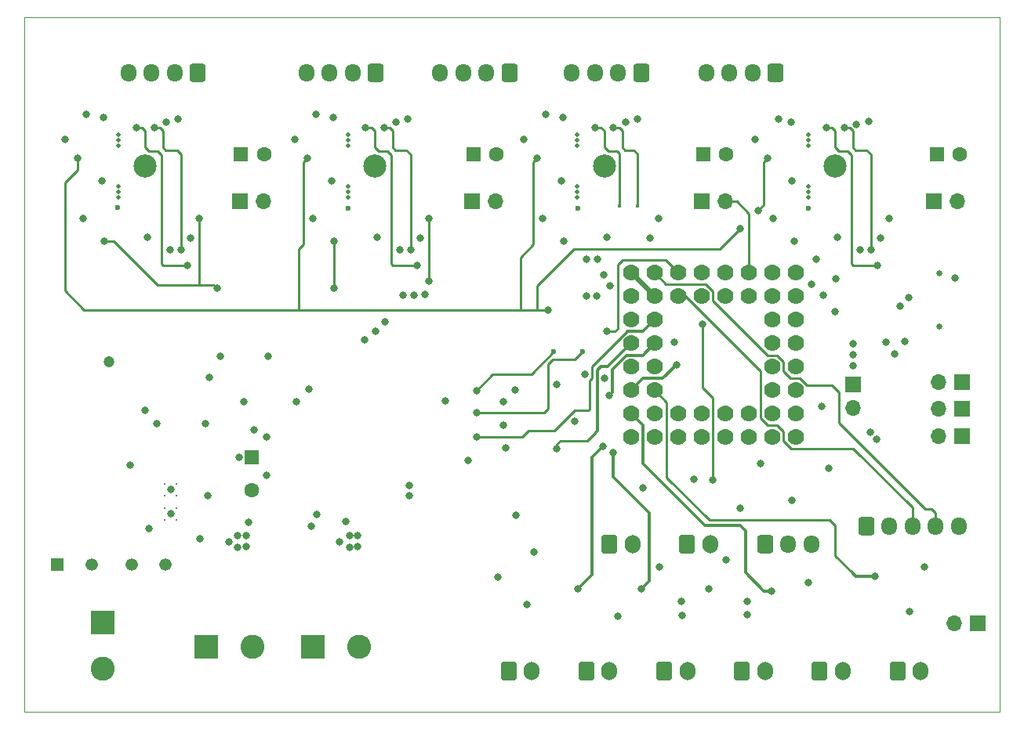
<source format=gbr>
%TF.GenerationSoftware,KiCad,Pcbnew,(6.0.6)*%
%TF.CreationDate,2022-09-05T18:01:32-05:00*%
%TF.ProjectId,rp2040-board,72703230-3430-42d6-926f-6172642e6b69,rev?*%
%TF.SameCoordinates,Original*%
%TF.FileFunction,Copper,L4,Bot*%
%TF.FilePolarity,Positive*%
%FSLAX46Y46*%
G04 Gerber Fmt 4.6, Leading zero omitted, Abs format (unit mm)*
G04 Created by KiCad (PCBNEW (6.0.6)) date 2022-09-05 18:01:32*
%MOMM*%
%LPD*%
G01*
G04 APERTURE LIST*
G04 Aperture macros list*
%AMRoundRect*
0 Rectangle with rounded corners*
0 $1 Rounding radius*
0 $2 $3 $4 $5 $6 $7 $8 $9 X,Y pos of 4 corners*
0 Add a 4 corners polygon primitive as box body*
4,1,4,$2,$3,$4,$5,$6,$7,$8,$9,$2,$3,0*
0 Add four circle primitives for the rounded corners*
1,1,$1+$1,$2,$3*
1,1,$1+$1,$4,$5*
1,1,$1+$1,$6,$7*
1,1,$1+$1,$8,$9*
0 Add four rect primitives between the rounded corners*
20,1,$1+$1,$2,$3,$4,$5,0*
20,1,$1+$1,$4,$5,$6,$7,0*
20,1,$1+$1,$6,$7,$8,$9,0*
20,1,$1+$1,$8,$9,$2,$3,0*%
G04 Aperture macros list end*
%TA.AperFunction,Profile*%
%ADD10C,0.025400*%
%TD*%
%TA.AperFunction,ComponentPad*%
%ADD11R,1.600000X1.600000*%
%TD*%
%TA.AperFunction,ComponentPad*%
%ADD12C,1.600000*%
%TD*%
%TA.AperFunction,ComponentPad*%
%ADD13C,0.660400*%
%TD*%
%TA.AperFunction,ComponentPad*%
%ADD14C,0.300000*%
%TD*%
%TA.AperFunction,ComponentPad*%
%ADD15R,1.700000X1.700000*%
%TD*%
%TA.AperFunction,ComponentPad*%
%ADD16O,1.700000X1.700000*%
%TD*%
%TA.AperFunction,ComponentPad*%
%ADD17RoundRect,0.250000X-0.600000X-0.750000X0.600000X-0.750000X0.600000X0.750000X-0.600000X0.750000X0*%
%TD*%
%TA.AperFunction,ComponentPad*%
%ADD18O,1.700000X2.000000*%
%TD*%
%TA.AperFunction,ComponentPad*%
%ADD19C,1.778000*%
%TD*%
%TA.AperFunction,ComponentPad*%
%ADD20R,2.600000X2.600000*%
%TD*%
%TA.AperFunction,ComponentPad*%
%ADD21C,2.600000*%
%TD*%
%TA.AperFunction,ComponentPad*%
%ADD22RoundRect,0.250000X0.600000X0.725000X-0.600000X0.725000X-0.600000X-0.725000X0.600000X-0.725000X0*%
%TD*%
%TA.AperFunction,ComponentPad*%
%ADD23O,1.700000X1.950000*%
%TD*%
%TA.AperFunction,ComponentPad*%
%ADD24RoundRect,0.250000X-0.600000X-0.725000X0.600000X-0.725000X0.600000X0.725000X-0.600000X0.725000X0*%
%TD*%
%TA.AperFunction,ComponentPad*%
%ADD25R,1.337000X1.337000*%
%TD*%
%TA.AperFunction,ComponentPad*%
%ADD26C,1.337000*%
%TD*%
%TA.AperFunction,ViaPad*%
%ADD27C,0.800000*%
%TD*%
%TA.AperFunction,ViaPad*%
%ADD28C,2.500000*%
%TD*%
%TA.AperFunction,ViaPad*%
%ADD29C,1.200000*%
%TD*%
%TA.AperFunction,ViaPad*%
%ADD30C,0.500000*%
%TD*%
%TA.AperFunction,ViaPad*%
%ADD31C,0.600000*%
%TD*%
%TA.AperFunction,ViaPad*%
%ADD32C,0.400000*%
%TD*%
%TA.AperFunction,Conductor*%
%ADD33C,0.500000*%
%TD*%
%TA.AperFunction,Conductor*%
%ADD34C,0.250000*%
%TD*%
%TA.AperFunction,Conductor*%
%ADD35C,0.350000*%
%TD*%
%TA.AperFunction,Conductor*%
%ADD36C,0.300000*%
%TD*%
G04 APERTURE END LIST*
D10*
X97650000Y-63005200D02*
X97650000Y-138100000D01*
X202952600Y-63000000D02*
X97650000Y-63005200D01*
X202952600Y-138094800D02*
X202952600Y-63000000D01*
X97650000Y-138100000D02*
X202952600Y-138094800D01*
D11*
%TO.P,C11,1*%
%TO.N,+5V*%
X122150000Y-110647349D03*
D12*
%TO.P,C11,2*%
%TO.N,GND*%
X122150000Y-114147349D03*
%TD*%
D13*
%TO.P,J2,17*%
%TO.N,N/C*%
X196399199Y-96469999D03*
%TO.P,J2,18*%
X196399199Y-90690001D03*
%TD*%
D14*
%TO.P,U2,10*%
%TO.N,N/C*%
X112760000Y-113500000D03*
%TO.P,U2,11*%
X114060000Y-113500000D03*
%TO.P,U2,12*%
X112760000Y-114800000D03*
%TO.P,U2,13*%
X114060000Y-114800000D03*
%TO.P,U2,14*%
X112760000Y-116100000D03*
%TO.P,U2,15*%
X114060000Y-116100000D03*
%TO.P,U2,16*%
X112760000Y-117400000D03*
%TO.P,U2,17*%
X114060000Y-117400000D03*
%TD*%
D15*
%TO.P,J4,1,Pin_1*%
%TO.N,GPIO27*%
X198875000Y-102500000D03*
D16*
%TO.P,J4,2,Pin_2*%
%TO.N,GPIO26*%
X196335000Y-102500000D03*
%TD*%
D17*
%TO.P,J9,1,Pin_1*%
%TO.N,Net-(C16-Pad1)*%
X175121560Y-133744960D03*
D18*
%TO.P,J9,2,Pin_2*%
%TO.N,GND*%
X177621560Y-133744960D03*
%TD*%
D17*
%TO.P,J7,1,Pin_1*%
%TO.N,Net-(J7-Pad1)*%
X183522080Y-133744800D03*
D18*
%TO.P,J7,2,Pin_2*%
%TO.N,GND*%
X186022080Y-133744800D03*
%TD*%
D19*
%TO.P,J3,A1,GND*%
%TO.N,GND*%
X180940000Y-108440000D03*
%TO.P,J3,A2,VBUS*%
%TO.N,+3.3V*%
X178400000Y-108440000D03*
%TO.P,J3,A3,3V3_EN*%
X175860000Y-108440000D03*
%TO.P,J3,A4,RUN*%
%TO.N,Net-(C5-Pad2)*%
X173320000Y-108440000D03*
%TO.P,J3,A5,USB_DP*%
%TO.N,Net-(J2-PadA6)*%
X170780000Y-108440000D03*
%TO.P,J3,A6,USB_DM*%
%TO.N,Net-(J2-PadA7)*%
X168240000Y-108440000D03*
%TO.P,J3,A7,BOOTSEL*%
%TO.N,Net-(C7-Pad1)*%
X165700000Y-108440000D03*
%TO.P,J3,A8,GND__1*%
%TO.N,GND*%
X163160000Y-108440000D03*
%TO.P,J3,B1,GPIO0*%
%TO.N,XEN*%
X180940000Y-105900000D03*
%TO.P,J3,B2,GND__2*%
%TO.N,GND*%
X178400000Y-105900000D03*
%TO.P,J3,B3,3V3*%
%TO.N,+3.3V*%
X175860000Y-105900000D03*
%TO.P,J3,B4,ADC_VREF*%
X173320000Y-105900000D03*
%TO.P,J3,B5,SWCLK*%
%TO.N,unconnected-(J3-PadB5)*%
X170780000Y-105900000D03*
%TO.P,J3,B6,SWDIO*%
%TO.N,unconnected-(J3-PadB6)*%
X168240000Y-105900000D03*
%TO.P,J3,B7,GND__3*%
%TO.N,GND*%
X165700000Y-105900000D03*
%TO.P,J3,B8,GPIO29/ADC3*%
%TO.N,/HB_THERM*%
X163160000Y-105900000D03*
%TO.P,J3,C1,GPIO1*%
%TO.N,XSTP*%
X180940000Y-103360000D03*
%TO.P,J3,C2,GPIO2*%
%TO.N,XDIR*%
X178400000Y-103360000D03*
%TO.P,J3,C7,GPIO28/ADC2*%
%TO.N,/E0_THERM*%
X165700000Y-103360000D03*
%TO.P,J3,C8,GPIO27/ADC1*%
%TO.N,GPIO27*%
X163160000Y-103360000D03*
%TO.P,J3,D1,GPIO3*%
%TO.N,XSTOP*%
X180940000Y-100820000D03*
%TO.P,J3,D2,GPIO4*%
%TO.N,YEN*%
X178400000Y-100820000D03*
%TO.P,J3,D7,GPIO26/ADC0*%
%TO.N,GPIO26*%
X165700000Y-100820000D03*
%TO.P,J3,D8,GPIO25*%
%TO.N,GPIO25*%
X163160000Y-100820000D03*
%TO.P,J3,E1,GPIO5*%
%TO.N,YSTP*%
X180940000Y-98280000D03*
%TO.P,J3,E2,GPIO6*%
%TO.N,YDIR*%
X178400000Y-98280000D03*
%TO.P,J3,E7,GPIO24*%
%TO.N,/HB_PWM*%
X165700000Y-98280000D03*
%TO.P,J3,E8,GPIO23*%
%TO.N,/E0_PWM*%
X163160000Y-98280000D03*
%TO.P,J3,F1,GPIO7*%
%TO.N,YSTOP*%
X180940000Y-95740000D03*
%TO.P,J3,F2,GPIO8*%
%TO.N,ZEN*%
X178400000Y-95740000D03*
%TO.P,J3,F7,GPIO22*%
%TO.N,/FAN2_PWM*%
X165700000Y-95740000D03*
%TO.P,J3,F8,GPIO21*%
%TO.N,/FAN1_PWM*%
X163160000Y-95740000D03*
%TO.P,J3,G1,GPIO9*%
%TO.N,ZSTP*%
X180940000Y-93200000D03*
%TO.P,J3,G2,GND__4*%
%TO.N,GND*%
X178400000Y-93200000D03*
%TO.P,J3,G3,GPIO12*%
%TO.N,E0EN*%
X175860000Y-93200000D03*
%TO.P,J3,G4,GPIO14*%
%TO.N,E0DIR*%
X173320000Y-93200000D03*
%TO.P,J3,G5,GPIO16*%
%TO.N,UART_RX*%
X170780000Y-93200000D03*
%TO.P,J3,G6,GPIO18*%
%TO.N,/PROBE_SRVO*%
X168240000Y-93200000D03*
%TO.P,J3,G7,GND__5*%
%TO.N,GND*%
X165700000Y-93200000D03*
%TO.P,J3,G8,GPIO20*%
%TO.N,/FAN0_PWM*%
X163160000Y-93200000D03*
%TO.P,J3,H1,GND__6*%
%TO.N,GND*%
X180940000Y-90660000D03*
%TO.P,J3,H2,GPIO10*%
%TO.N,ZDIR*%
X178400000Y-90660000D03*
%TO.P,J3,H3,GPIO11*%
%TO.N,ZSTOP*%
X175860000Y-90660000D03*
%TO.P,J3,H4,GPIO13*%
%TO.N,E0STP*%
X173320000Y-90660000D03*
%TO.P,J3,H5,GPIO15*%
%TO.N,E0STOP*%
X170780000Y-90660000D03*
%TO.P,J3,H6,GPIO17*%
%TO.N,UART_TX*%
X168240000Y-90660000D03*
%TO.P,J3,H7,GPIO19*%
%TO.N,/PROBE_DET*%
X165700000Y-90660000D03*
%TO.P,J3,H8,GND__7*%
%TO.N,GND*%
X163160000Y-90660000D03*
%TD*%
D15*
%TO.P,JP2,1,A*%
%TO.N,Net-(JP2-Pad1)*%
X120875000Y-82950000D03*
D16*
%TO.P,JP2,2,B*%
%TO.N,XSTOP*%
X123415000Y-82950000D03*
%TD*%
D20*
%TO.P,J14,1,Pin_1*%
%TO.N,VCC*%
X117305000Y-131100000D03*
D21*
%TO.P,J14,2,Pin_2*%
%TO.N,Net-(J14-Pad2)*%
X122305000Y-131100000D03*
%TD*%
D17*
%TO.P,J13,1,Pin_1*%
%TO.N,Net-(J13-Pad1)*%
X169202600Y-120004800D03*
D18*
%TO.P,J13,2,Pin_2*%
%TO.N,VCC*%
X171702600Y-120004800D03*
%TD*%
D11*
%TO.P,C45,1*%
%TO.N,VCC*%
X196140021Y-77873413D03*
D12*
%TO.P,C45,2*%
%TO.N,Net-(C39-Pad1)*%
X198640021Y-77873413D03*
%TD*%
D22*
%TO.P,J17,1,Pin_1*%
%TO.N,Net-(J17-Pad1)*%
X116375000Y-69020000D03*
D23*
%TO.P,J17,2,Pin_2*%
%TO.N,Net-(J17-Pad2)*%
X113875000Y-69020000D03*
%TO.P,J17,3,Pin_3*%
%TO.N,Net-(J17-Pad3)*%
X111375000Y-69020000D03*
%TO.P,J17,4,Pin_4*%
%TO.N,Net-(J17-Pad4)*%
X108875000Y-69020000D03*
%TD*%
D11*
%TO.P,C31,1*%
%TO.N,VCC*%
X121017621Y-77875000D03*
D12*
%TO.P,C31,2*%
%TO.N,Net-(C25-Pad1)*%
X123517621Y-77875000D03*
%TD*%
D24*
%TO.P,J10,1,Pin_1*%
%TO.N,Net-(C17-Pad1)*%
X177612600Y-120004900D03*
D23*
%TO.P,J10,2,Pin_2*%
%TO.N,GND*%
X180112600Y-120004900D03*
%TO.P,J10,3,Pin_3*%
%TO.N,+5V*%
X182612600Y-120004900D03*
%TD*%
D15*
%TO.P,JP4,1,A*%
%TO.N,Net-(JP4-Pad1)*%
X195850000Y-82948413D03*
D16*
%TO.P,JP4,2,B*%
%TO.N,E0STOP*%
X198390000Y-82948413D03*
%TD*%
D20*
%TO.P,J1,1,Pin_1*%
%TO.N,Net-(F2-Pad1)*%
X106095000Y-128500000D03*
D21*
%TO.P,J1,2,Pin_2*%
%TO.N,Net-(D2-Pad1)*%
X106095000Y-133500000D03*
%TD*%
D17*
%TO.P,J6,1,Pin_1*%
%TO.N,Net-(C12-Pad1)*%
X158320520Y-133744880D03*
D18*
%TO.P,J6,2,Pin_2*%
%TO.N,GND*%
X160820520Y-133744880D03*
%TD*%
D17*
%TO.P,J16,1,Pin_1*%
%TO.N,Net-(J16-Pad1)*%
X191922600Y-133744840D03*
D18*
%TO.P,J16,2,Pin_2*%
%TO.N,GND*%
X194422600Y-133744840D03*
%TD*%
D17*
%TO.P,J11,1,Pin_1*%
%TO.N,Net-(J11-Pad1)*%
X149920000Y-133745000D03*
D18*
%TO.P,J11,2,Pin_2*%
%TO.N,VCC*%
X152420000Y-133745000D03*
%TD*%
D15*
%TO.P,J23,1,Pin_1*%
%TO.N,+5V*%
X198875000Y-108300000D03*
D16*
%TO.P,J23,2,Pin_2*%
%TO.N,GND*%
X196335000Y-108300000D03*
%TD*%
D25*
%TO.P,F2,1,1*%
%TO.N,Net-(F2-Pad1)*%
X101200000Y-122200000D03*
D26*
%TO.P,F2,2,2*%
X104900000Y-122200000D03*
%TO.P,F2,3,3*%
%TO.N,VCC*%
X109200000Y-122200000D03*
%TO.P,F2,4,4*%
X112900000Y-122200000D03*
%TD*%
D11*
%TO.P,C46,1*%
%TO.N,VCC*%
X170925000Y-77875000D03*
D12*
%TO.P,C46,2*%
%TO.N,Net-(C41-Pad1)*%
X173425000Y-77875000D03*
%TD*%
D22*
%TO.P,J20,1,Pin_1*%
%TO.N,Net-(J20-Pad1)*%
X178775000Y-69020000D03*
D23*
%TO.P,J20,2,Pin_2*%
%TO.N,Net-(J20-Pad2)*%
X176275000Y-69020000D03*
%TO.P,J20,3,Pin_3*%
%TO.N,Net-(J20-Pad3)*%
X173775000Y-69020000D03*
%TO.P,J20,4,Pin_4*%
%TO.N,Net-(J20-Pad4)*%
X171275000Y-69020000D03*
%TD*%
D15*
%TO.P,JP6,1,A*%
%TO.N,Net-(J16-Pad1)*%
X200575000Y-128600000D03*
D16*
%TO.P,JP6,2,B*%
%TO.N,Net-(JP6-Pad2)*%
X198035000Y-128600000D03*
%TD*%
D22*
%TO.P,J21,1,Pin_1*%
%TO.N,Net-(J19-Pad1)*%
X164225000Y-69020000D03*
D23*
%TO.P,J21,2,Pin_2*%
%TO.N,Net-(J19-Pad2)*%
X161725000Y-69020000D03*
%TO.P,J21,3,Pin_3*%
%TO.N,Net-(J19-Pad3)*%
X159225000Y-69020000D03*
%TO.P,J21,4,Pin_4*%
%TO.N,Net-(J19-Pad4)*%
X156725000Y-69020000D03*
%TD*%
D17*
%TO.P,J8,1,Pin_1*%
%TO.N,Net-(C15-Pad1)*%
X166721040Y-133744920D03*
D18*
%TO.P,J8,2,Pin_2*%
%TO.N,GND*%
X169221040Y-133744920D03*
%TD*%
D11*
%TO.P,C32,1*%
%TO.N,VCC*%
X146117621Y-77868413D03*
D12*
%TO.P,C32,2*%
%TO.N,Net-(C27-Pad1)*%
X148617621Y-77868413D03*
%TD*%
D15*
%TO.P,JP3,1,A*%
%TO.N,Net-(JP3-Pad1)*%
X145950000Y-82943413D03*
D16*
%TO.P,JP3,2,B*%
%TO.N,YSTOP*%
X148490000Y-82943413D03*
%TD*%
D20*
%TO.P,J15,1,Pin_1*%
%TO.N,VCC*%
X128805000Y-131100000D03*
D21*
%TO.P,J15,2,Pin_2*%
%TO.N,Net-(J15-Pad2)*%
X133805000Y-131100000D03*
%TD*%
D15*
%TO.P,JP5,1,A*%
%TO.N,Net-(JP5-Pad1)*%
X170775000Y-82950000D03*
D16*
%TO.P,JP5,2,B*%
%TO.N,ZSTOP*%
X173315000Y-82950000D03*
%TD*%
D24*
%TO.P,J5,1,Pin_1*%
%TO.N,GND*%
X188520000Y-118055000D03*
D23*
%TO.P,J5,2,Pin_2*%
%TO.N,+5V*%
X191020000Y-118055000D03*
%TO.P,J5,3,Pin_3*%
%TO.N,/PROBE_SRVO*%
X193520000Y-118055000D03*
%TO.P,J5,4,Pin_4*%
%TO.N,/PROBE_DET*%
X196020000Y-118055000D03*
%TO.P,J5,5,Pin_5*%
%TO.N,GND*%
X198520000Y-118055000D03*
%TD*%
D15*
%TO.P,J22,1,Pin_1*%
%TO.N,+3.3V*%
X198875000Y-105400000D03*
D16*
%TO.P,J22,2,Pin_2*%
%TO.N,GPIO25*%
X196335000Y-105400000D03*
%TD*%
D22*
%TO.P,J19,1,Pin_1*%
%TO.N,Net-(J19-Pad1)*%
X150025000Y-69020000D03*
D23*
%TO.P,J19,2,Pin_2*%
%TO.N,Net-(J19-Pad2)*%
X147525000Y-69020000D03*
%TO.P,J19,3,Pin_3*%
%TO.N,Net-(J19-Pad3)*%
X145025000Y-69020000D03*
%TO.P,J19,4,Pin_4*%
%TO.N,Net-(J19-Pad4)*%
X142525000Y-69020000D03*
%TD*%
D22*
%TO.P,J18,1,Pin_1*%
%TO.N,Net-(J18-Pad1)*%
X135575000Y-69020000D03*
D23*
%TO.P,J18,2,Pin_2*%
%TO.N,Net-(J18-Pad2)*%
X133075000Y-69020000D03*
%TO.P,J18,3,Pin_3*%
%TO.N,Net-(J18-Pad3)*%
X130575000Y-69020000D03*
%TO.P,J18,4,Pin_4*%
%TO.N,Net-(J18-Pad4)*%
X128075000Y-69020000D03*
%TD*%
D15*
%TO.P,JP1,1,A*%
%TO.N,GND*%
X187100000Y-102775000D03*
D16*
%TO.P,JP1,2,B*%
%TO.N,Net-(C5-Pad2)*%
X187100000Y-105315000D03*
%TD*%
D17*
%TO.P,J12,1,Pin_1*%
%TO.N,Net-(J12-Pad1)*%
X160800000Y-119975000D03*
D18*
%TO.P,J12,2,Pin_2*%
%TO.N,VCC*%
X163300000Y-119975000D03*
%TD*%
D27*
%TO.N,GND*%
X120625000Y-119075000D03*
X133650000Y-119100000D03*
X151900000Y-126500000D03*
D28*
X135475000Y-79113413D03*
D27*
X113450000Y-114050000D03*
X121550000Y-119100000D03*
X132725000Y-119075000D03*
X132317500Y-117582500D03*
X133650000Y-120300000D03*
X120625000Y-120325000D03*
X151600000Y-76200000D03*
X161737500Y-127800000D03*
X165200000Y-86900000D03*
X126800000Y-76200000D03*
X143095000Y-104525000D03*
X157100000Y-106700000D03*
X190100000Y-86900000D03*
X115600000Y-86900000D03*
X123750000Y-112547349D03*
D28*
X160250000Y-79107500D03*
D27*
X117600000Y-101940000D03*
X150600000Y-103300000D03*
X121860000Y-117660000D03*
D28*
X110675000Y-79120000D03*
D27*
X131685000Y-119715000D03*
X129250000Y-116800000D03*
X123750000Y-108400000D03*
X117200000Y-106937500D03*
X119685000Y-119715000D03*
X111962500Y-106937500D03*
X155120000Y-102700000D03*
X177150000Y-111250000D03*
X102000000Y-76200000D03*
D29*
X106800000Y-100250000D03*
D27*
X113450000Y-116750000D03*
X145590000Y-110920000D03*
X192700000Y-98100000D03*
X176500000Y-76200000D03*
D28*
X185200000Y-79100000D03*
D27*
X198150000Y-91250000D03*
X175687500Y-127662500D03*
X132725000Y-120325000D03*
X152700000Y-120850000D03*
X168637500Y-127712500D03*
X121550000Y-120300000D03*
X140400000Y-86900000D03*
X126987500Y-104562500D03*
%TO.N,+3.3V*%
X118450000Y-92350000D03*
X141300000Y-91600000D03*
X180800000Y-87250000D03*
X124000000Y-99650000D03*
X166225000Y-122475000D03*
X131100000Y-92300000D03*
X118800000Y-99650000D03*
X168600000Y-126200000D03*
X175650000Y-126200000D03*
X194800000Y-122500000D03*
X141300000Y-84800000D03*
X166100000Y-84800000D03*
X191000000Y-84800000D03*
X106300000Y-87250000D03*
X131100000Y-87250000D03*
X182300000Y-124200000D03*
X116500000Y-84800000D03*
X193200000Y-127300000D03*
X155900000Y-87250000D03*
X169950000Y-113000000D03*
%TO.N,+5V*%
X120802651Y-110647349D03*
X158200000Y-101600000D03*
X121337500Y-104562500D03*
X128400000Y-103250000D03*
X164400000Y-113900000D03*
%TO.N,/HB_THERM*%
X178312500Y-125100000D03*
D30*
%TO.N,VCC*%
X157324500Y-76900000D03*
X132600000Y-76900000D03*
X157324500Y-76300000D03*
X132600000Y-82500000D03*
X132600000Y-75700000D03*
X157324500Y-81900000D03*
D27*
X185400000Y-86837500D03*
X110900000Y-86800000D03*
D30*
X157324500Y-81300000D03*
X182300000Y-75700000D03*
X182300000Y-82500000D03*
X182300000Y-76300000D03*
X182300000Y-76900000D03*
X132600000Y-76300000D03*
X107800000Y-82500000D03*
X182300000Y-81900000D03*
X132600000Y-81900000D03*
D27*
X135700000Y-86800000D03*
X160500000Y-86800000D03*
D30*
X107800000Y-76300000D03*
X107800000Y-75700000D03*
X132600000Y-81300000D03*
X157324500Y-75700000D03*
X157324500Y-82500000D03*
X182300000Y-81300000D03*
X107800000Y-81900000D03*
X107800000Y-81300000D03*
X107800000Y-76900000D03*
D27*
%TO.N,XDIR*%
X136600000Y-96000000D03*
%TO.N,XSTP*%
X135600000Y-97000000D03*
%TO.N,YSTP*%
X139700000Y-93100000D03*
%TO.N,ZSTP*%
X159400000Y-93200000D03*
%TO.N,XEN*%
X160300000Y-102100000D03*
X134400000Y-97900000D03*
%TO.N,YDIR*%
X140900000Y-93024500D03*
%TO.N,YEN*%
X138500000Y-93100000D03*
%TO.N,ZDIR*%
X160900000Y-92100000D03*
%TO.N,ZEN*%
X158300000Y-93200000D03*
%TO.N,E0DIR*%
X183100000Y-89200000D03*
X183900000Y-93100000D03*
%TO.N,E0EN*%
X182600000Y-91900000D03*
X185300000Y-91300000D03*
%TO.N,UART_TX*%
X160500000Y-97000000D03*
%TO.N,/FAN2_PWM*%
X146445000Y-108425000D03*
%TO.N,/HB_PWM*%
X160800000Y-103900000D03*
%TO.N,GPIO27*%
X168072211Y-100600000D03*
X187100000Y-98300000D03*
%TO.N,/FAN1_PWM*%
X146445000Y-105825000D03*
D31*
X157900000Y-99200000D03*
D27*
%TO.N,/E0_THERM*%
X189500000Y-123500000D03*
%TO.N,Net-(J2-PadA6)*%
X193100000Y-93300000D03*
X189000000Y-107900000D03*
X190700000Y-98200000D03*
%TO.N,Net-(J2-PadA7)*%
X189700000Y-108700000D03*
X191600000Y-99400000D03*
X192200000Y-94300000D03*
%TO.N,/E0_PWM*%
X155145000Y-109675000D03*
%TO.N,GPIO26*%
X187100000Y-99500000D03*
%TO.N,GPIO25*%
X187100000Y-100700000D03*
D31*
%TO.N,Net-(J17-Pad4)*%
X107700000Y-83600000D03*
D27*
%TO.N,Net-(J17-Pad3)*%
X106050000Y-80700000D03*
%TO.N,Net-(J18-Pad3)*%
X130850000Y-80700000D03*
D31*
%TO.N,Net-(J18-Pad4)*%
X132600000Y-83700000D03*
%TO.N,Net-(J19-Pad4)*%
X157400000Y-83700000D03*
D27*
%TO.N,Net-(J19-Pad3)*%
X155650000Y-80700000D03*
D31*
%TO.N,Net-(J20-Pad4)*%
X182300000Y-83700000D03*
D27*
%TO.N,Net-(J20-Pad3)*%
X180550000Y-80700000D03*
%TO.N,Net-(C1-Pad1)*%
X117450000Y-114800000D03*
X110650000Y-105500000D03*
X109100000Y-111500000D03*
%TO.N,Net-(C5-Pad2)*%
X183700000Y-105100000D03*
%TO.N,Net-(R40-Pad1)*%
X139050000Y-74000000D03*
X129100000Y-73500000D03*
%TO.N,Net-(R50-Pad1)*%
X163850000Y-74000000D03*
X153900000Y-73500000D03*
%TO.N,Net-(J13-Pad1)*%
X174950000Y-116150000D03*
%TO.N,Net-(R4-Pad2)*%
X122450000Y-107675500D03*
X111100000Y-118300000D03*
%TO.N,Net-(R16-Pad2)*%
X139200000Y-114800000D03*
X116600000Y-119400000D03*
%TO.N,Net-(R18-Pad2)*%
X139200000Y-113700000D03*
X128600000Y-118100000D03*
%TO.N,Net-(R28-Pad2)*%
X149345000Y-107125000D03*
X150700000Y-116900000D03*
%TO.N,Net-(R30-Pad2)*%
X149600000Y-109625000D03*
X180500000Y-115250000D03*
%TO.N,Net-(R35-Pad1)*%
X137750000Y-74400000D03*
X112950000Y-74400000D03*
X180400000Y-74400000D03*
X174900000Y-85900000D03*
X130967963Y-73834411D03*
X128200000Y-78300000D03*
X106167963Y-73834411D03*
X155767963Y-73834411D03*
X103400000Y-78300000D03*
X162550000Y-74400000D03*
X177900000Y-78300000D03*
X176900000Y-83900000D03*
X154200000Y-94700000D03*
X153000000Y-78300000D03*
X187470364Y-74645765D03*
%TO.N,Net-(R38-Pad1)*%
X114250000Y-74000000D03*
X104300000Y-73500000D03*
%TO.N,Net-(R48-Pad1)*%
X179100000Y-74000000D03*
X188800000Y-74300000D03*
%TO.N,Net-(R26-Pad2)*%
X149345000Y-104575000D03*
X148750000Y-123550000D03*
%TO.N,XSTOP*%
X157400000Y-124800000D03*
X160100000Y-109400000D03*
%TO.N,YSTOP*%
X164300000Y-124800000D03*
X167800000Y-98200000D03*
X161200000Y-110100000D03*
%TO.N,ZSTOP*%
X171500000Y-124800000D03*
X173400000Y-121700000D03*
X172000000Y-113100000D03*
X170900000Y-96200000D03*
%TO.N,E0STOP*%
X184500000Y-111800000D03*
X185200000Y-94900000D03*
%TO.N,XENR*%
X113350000Y-88150000D03*
X104000000Y-84800000D03*
%TO.N,YENR*%
X138150000Y-88150000D03*
X128800000Y-84800000D03*
%TO.N,E0ENR*%
X187850000Y-88150000D03*
X178500000Y-84800000D03*
%TO.N,ZENR*%
X158300000Y-89200000D03*
X153600000Y-84800000D03*
%TO.N,XSTPR*%
X111650000Y-74950000D03*
X114550000Y-88150000D03*
%TO.N,XDIRR*%
X115250000Y-89900000D03*
X109700000Y-74950000D03*
%TO.N,YSTPR*%
X136450000Y-74950000D03*
X139350000Y-88150000D03*
%TO.N,YDIRR*%
X134500000Y-74950000D03*
X140050000Y-89900000D03*
D32*
%TO.N,ZSTPR*%
X163800000Y-83400000D03*
D27*
X159500000Y-89200000D03*
X161250000Y-74950000D03*
D32*
%TO.N,ZDIRR*%
X161900000Y-83400000D03*
D27*
X160156623Y-90922649D03*
X159300000Y-74950000D03*
%TO.N,E0STPR*%
X189050000Y-88150000D03*
X186150000Y-74950000D03*
%TO.N,E0DIRR*%
X184200000Y-74950000D03*
X189750000Y-89900000D03*
%TO.N,/FAN0_PWM*%
X146445000Y-103375000D03*
D31*
X154800000Y-99200000D03*
%TD*%
D33*
%TO.N,GND*%
X163160000Y-90660000D02*
X165700000Y-93200000D01*
D34*
%TO.N,+3.3V*%
X107300000Y-87250000D02*
X112000000Y-91950000D01*
X112000000Y-91950000D02*
X118050000Y-91950000D01*
X116500000Y-84800000D02*
X116500000Y-91900000D01*
X131100000Y-87250000D02*
X131100000Y-92200000D01*
X118050000Y-91950000D02*
X118450000Y-92350000D01*
X141300000Y-84800000D02*
X141300000Y-91600000D01*
X106300000Y-87250000D02*
X107300000Y-87250000D01*
D35*
%TO.N,/HB_THERM*%
X164424000Y-107164000D02*
X164424000Y-111324000D01*
X171100000Y-118000000D02*
X174900000Y-118000000D01*
X177500000Y-125100000D02*
X178312500Y-125100000D01*
X164424000Y-111324000D02*
X171100000Y-118000000D01*
X174900000Y-118000000D02*
X175500000Y-118600000D01*
X175500000Y-123100000D02*
X177500000Y-125100000D01*
X163160000Y-105900000D02*
X164424000Y-107164000D01*
X175500000Y-118600000D02*
X175500000Y-123100000D01*
D34*
%TO.N,/PROBE_SRVO*%
X177150000Y-106366856D02*
X177150000Y-101330000D01*
X179614000Y-108830856D02*
X179614000Y-107825144D01*
X179614000Y-107825144D02*
X178902856Y-107114000D01*
X193520000Y-116020000D02*
X193520000Y-118055000D01*
X177897144Y-107114000D02*
X177150000Y-106366856D01*
X180437144Y-109654000D02*
X179614000Y-108830856D01*
X177150000Y-101330000D02*
X169020000Y-93200000D01*
X178902856Y-107114000D02*
X177897144Y-107114000D01*
X193520000Y-116020000D02*
X187154000Y-109654000D01*
X169020000Y-93200000D02*
X168240000Y-93200000D01*
X187154000Y-109654000D02*
X180437144Y-109654000D01*
%TO.N,UART_TX*%
X160500000Y-97000000D02*
X161400000Y-97000000D01*
X161400000Y-97000000D02*
X161700000Y-96700000D01*
X166880000Y-89300000D02*
X168240000Y-90660000D01*
X162200000Y-89300000D02*
X166880000Y-89300000D01*
X161700000Y-96700000D02*
X161700000Y-89800000D01*
X161700000Y-89800000D02*
X162200000Y-89300000D01*
%TO.N,/PROBE_DET*%
X171170856Y-91874000D02*
X171994000Y-92697144D01*
X196020000Y-116620000D02*
X195600000Y-116200000D01*
X182154000Y-102857144D02*
X184857144Y-102857144D01*
X195600000Y-116200000D02*
X194900000Y-116200000D01*
X185600000Y-106900000D02*
X194900000Y-116200000D01*
X171994000Y-93702856D02*
X177897144Y-99606000D01*
X171994000Y-92697144D02*
X171994000Y-93702856D01*
X181330856Y-102034000D02*
X182154000Y-102857144D01*
X165700000Y-90660000D02*
X166914000Y-91874000D01*
X180325144Y-102034000D02*
X181330856Y-102034000D01*
X166914000Y-91874000D02*
X171170856Y-91874000D01*
X185600000Y-103600000D02*
X185600000Y-106900000D01*
X184857144Y-102857144D02*
X185600000Y-103600000D01*
X179614000Y-101322856D02*
X180325144Y-102034000D01*
X179614000Y-100317144D02*
X179614000Y-101322856D01*
X196020000Y-116620000D02*
X196020000Y-118055000D01*
X177897144Y-99606000D02*
X178902856Y-99606000D01*
X178902856Y-99606000D02*
X179614000Y-100317144D01*
D36*
%TO.N,/FAN2_PWM*%
X164440000Y-97000000D02*
X162723144Y-97000000D01*
D34*
X157100000Y-105500000D02*
X158600000Y-105500000D01*
X154900000Y-107700000D02*
X157100000Y-105500000D01*
X158600000Y-105500000D02*
X158700000Y-105400000D01*
X158925000Y-100798144D02*
X162723144Y-97000000D01*
X146445000Y-108425000D02*
X151375000Y-108425000D01*
X152100000Y-107700000D02*
X154900000Y-107700000D01*
X158700000Y-102300000D02*
X158925000Y-102075000D01*
X158925000Y-102075000D02*
X158925000Y-100798144D01*
X151375000Y-108425000D02*
X152100000Y-107700000D01*
X158700000Y-105400000D02*
X158700000Y-102300000D01*
D36*
X165700000Y-95740000D02*
X164440000Y-97000000D01*
%TO.N,/HB_PWM*%
X165700000Y-98280000D02*
X164399000Y-99581000D01*
X161100000Y-101100000D02*
X161100000Y-103600000D01*
X161100000Y-103600000D02*
X160800000Y-103900000D01*
X162619000Y-99581000D02*
X161100000Y-101100000D01*
X164399000Y-99581000D02*
X162619000Y-99581000D01*
%TO.N,GPIO27*%
X163160000Y-103360000D02*
X164420000Y-102100000D01*
X164420000Y-102100000D02*
X166572211Y-102100000D01*
X166572211Y-102100000D02*
X168072211Y-100600000D01*
D34*
%TO.N,/FAN1_PWM*%
X154200000Y-100500000D02*
X154700000Y-100000000D01*
X154700000Y-100000000D02*
X157100000Y-100000000D01*
X153775000Y-105825000D02*
X154200000Y-105400000D01*
X154200000Y-105400000D02*
X154200000Y-100500000D01*
X146445000Y-105825000D02*
X153775000Y-105825000D01*
X157100000Y-100000000D02*
X157900000Y-99200000D01*
D36*
%TO.N,/E0_THERM*%
X187400000Y-123500000D02*
X187000000Y-123100000D01*
D34*
X185200000Y-121300000D02*
X185200000Y-118000000D01*
X167000000Y-112800000D02*
X167000000Y-104660000D01*
D36*
X189500000Y-123500000D02*
X187400000Y-123500000D01*
D34*
X167000000Y-104660000D02*
X165700000Y-103360000D01*
X185200000Y-118000000D02*
X184600000Y-117400000D01*
X184600000Y-117400000D02*
X171600000Y-117400000D01*
X187000000Y-123100000D02*
X185200000Y-121300000D01*
X171600000Y-117400000D02*
X167000000Y-112800000D01*
%TO.N,/E0_PWM*%
X155145000Y-109675000D02*
X155145000Y-109155000D01*
D36*
X159500000Y-101200000D02*
X159500000Y-107731144D01*
D34*
X158431144Y-108800000D02*
X159315572Y-107915572D01*
D36*
X163160000Y-98280000D02*
X160640000Y-100800000D01*
D34*
X155500000Y-108800000D02*
X158431144Y-108800000D01*
X155145000Y-109155000D02*
X155500000Y-108800000D01*
D36*
X159500000Y-107731144D02*
X159315572Y-107915572D01*
X159900000Y-100800000D02*
X159500000Y-101200000D01*
X160640000Y-100800000D02*
X159900000Y-100800000D01*
D34*
%TO.N,Net-(R35-Pad1)*%
X102000000Y-92600000D02*
X102000000Y-80900000D01*
X153000000Y-78300000D02*
X152600000Y-78700000D01*
X152600000Y-78700000D02*
X152600000Y-87600000D01*
X127300000Y-88100000D02*
X127300000Y-94700000D01*
X151200000Y-94600000D02*
X151300000Y-94700000D01*
X177500000Y-83300000D02*
X177500000Y-78700000D01*
X154200000Y-94700000D02*
X153000000Y-94700000D01*
X152600000Y-87600000D02*
X151200000Y-89000000D01*
X102000000Y-80900000D02*
X103400000Y-79500000D01*
X128200000Y-78300000D02*
X127800000Y-78700000D01*
X172700000Y-88100000D02*
X157000000Y-88100000D01*
X153000000Y-94700000D02*
X127300000Y-94700000D01*
X104100000Y-94700000D02*
X102000000Y-92600000D01*
X153000000Y-92100000D02*
X153000000Y-94700000D01*
X151200000Y-89000000D02*
X151200000Y-94600000D01*
X177500000Y-78700000D02*
X177900000Y-78300000D01*
X127300000Y-94700000D02*
X104100000Y-94700000D01*
X127800000Y-78700000D02*
X127800000Y-87600000D01*
X127800000Y-87600000D02*
X127300000Y-88100000D01*
X176900000Y-83900000D02*
X177500000Y-83300000D01*
X174900000Y-85900000D02*
X172700000Y-88100000D01*
X103400000Y-79500000D02*
X103400000Y-78300000D01*
X157000000Y-88100000D02*
X153000000Y-92100000D01*
D36*
%TO.N,XSTOP*%
X157400000Y-124800000D02*
X158900000Y-123300000D01*
X158900000Y-123300000D02*
X158900000Y-110600000D01*
X158900000Y-110600000D02*
X160100000Y-109400000D01*
%TO.N,YSTOP*%
X164300000Y-124800000D02*
X165100000Y-124000000D01*
X165100000Y-116600000D02*
X161200000Y-112700000D01*
X165100000Y-124000000D02*
X165100000Y-116600000D01*
X161200000Y-112700000D02*
X161200000Y-110100000D01*
D34*
%TO.N,ZSTOP*%
X170900000Y-96200000D02*
X170900000Y-103100000D01*
X172000000Y-104200000D02*
X172000000Y-113100000D01*
X170900000Y-103100000D02*
X172000000Y-104200000D01*
X174550000Y-82950000D02*
X173315000Y-82950000D01*
X175860000Y-84260000D02*
X174550000Y-82950000D01*
X175860000Y-90660000D02*
X175860000Y-84260000D01*
%TO.N,XSTPR*%
X112625000Y-75325000D02*
X112250000Y-74950000D01*
X112625000Y-77125000D02*
X112625000Y-75325000D01*
X114550000Y-88150000D02*
X114550000Y-77850000D01*
X114550000Y-77850000D02*
X114100000Y-77400000D01*
X112900000Y-77400000D02*
X112625000Y-77125000D01*
X114100000Y-77400000D02*
X112900000Y-77400000D01*
X112250000Y-74950000D02*
X111650000Y-74950000D01*
%TO.N,XDIRR*%
X112450000Y-89700000D02*
X112450000Y-77950000D01*
X110299470Y-74950000D02*
X109700000Y-74950000D01*
X112650000Y-89900000D02*
X112450000Y-89700000D01*
X112000000Y-77500000D02*
X111100000Y-77500000D01*
X115250000Y-89900000D02*
X112650000Y-89900000D01*
X112450000Y-77950000D02*
X112000000Y-77500000D01*
X110650000Y-77050000D02*
X110650000Y-75300530D01*
X111100000Y-77500000D02*
X110650000Y-77050000D01*
X110650000Y-75300530D02*
X110299470Y-74950000D01*
%TO.N,YSTPR*%
X139350000Y-77850000D02*
X138900000Y-77400000D01*
X137425000Y-75325000D02*
X137050000Y-74950000D01*
X137700000Y-77400000D02*
X137425000Y-77125000D01*
X137425000Y-77125000D02*
X137425000Y-75325000D01*
X139350000Y-88150000D02*
X139350000Y-77850000D01*
X137050000Y-74950000D02*
X136450000Y-74950000D01*
X138900000Y-77400000D02*
X137700000Y-77400000D01*
%TO.N,YDIRR*%
X137450000Y-89900000D02*
X137250000Y-89700000D01*
X135450000Y-75300530D02*
X135099470Y-74950000D01*
X137250000Y-77950000D02*
X136800000Y-77500000D01*
X135450000Y-77050000D02*
X135450000Y-75300530D01*
X135099470Y-74950000D02*
X134500000Y-74950000D01*
X135900000Y-77500000D02*
X135450000Y-77050000D01*
X137250000Y-89700000D02*
X137250000Y-77950000D01*
X136800000Y-77500000D02*
X135900000Y-77500000D01*
X140050000Y-89900000D02*
X137450000Y-89900000D01*
%TO.N,ZSTPR*%
X163800000Y-77800000D02*
X163800000Y-83400000D01*
X162500000Y-77400000D02*
X163400000Y-77400000D01*
X161250000Y-74950000D02*
X161850000Y-74950000D01*
X162225000Y-77125000D02*
X162500000Y-77400000D01*
X162225000Y-75325000D02*
X162225000Y-77125000D01*
X163400000Y-77400000D02*
X163800000Y-77800000D01*
X161850000Y-74950000D02*
X162225000Y-75325000D01*
%TO.N,ZDIRR*%
X161600000Y-77500000D02*
X160700000Y-77500000D01*
X161900000Y-77800000D02*
X161900000Y-83400000D01*
X160700000Y-77500000D02*
X160250000Y-77050000D01*
X160250000Y-77050000D02*
X160250000Y-75300530D01*
X161900000Y-77800000D02*
X161600000Y-77500000D01*
X160250000Y-75300530D02*
X159899470Y-74950000D01*
X159899470Y-74950000D02*
X159300000Y-74950000D01*
%TO.N,E0STPR*%
X188600000Y-77400000D02*
X187400000Y-77400000D01*
X186750000Y-74950000D02*
X186150000Y-74950000D01*
X187400000Y-77400000D02*
X187125000Y-77125000D01*
X187125000Y-75325000D02*
X186750000Y-74950000D01*
X189050000Y-88150000D02*
X189050000Y-77850000D01*
X187125000Y-77125000D02*
X187125000Y-75325000D01*
X189050000Y-77850000D02*
X188600000Y-77400000D01*
%TO.N,E0DIRR*%
X189750000Y-89900000D02*
X187150000Y-89900000D01*
X186950000Y-77950000D02*
X186500000Y-77500000D01*
X185600000Y-77500000D02*
X185150000Y-77050000D01*
X186500000Y-77500000D02*
X185600000Y-77500000D01*
X186950000Y-89700000D02*
X186950000Y-77950000D01*
X187150000Y-89900000D02*
X186950000Y-89700000D01*
X184799470Y-74950000D02*
X184200000Y-74950000D01*
X185150000Y-77050000D02*
X185150000Y-75300530D01*
X185150000Y-75300530D02*
X184799470Y-74950000D01*
%TO.N,/FAN0_PWM*%
X148215000Y-101605000D02*
X152395000Y-101605000D01*
X146445000Y-103375000D02*
X148215000Y-101605000D01*
X152395000Y-101605000D02*
X154800000Y-99200000D01*
%TD*%
M02*

</source>
